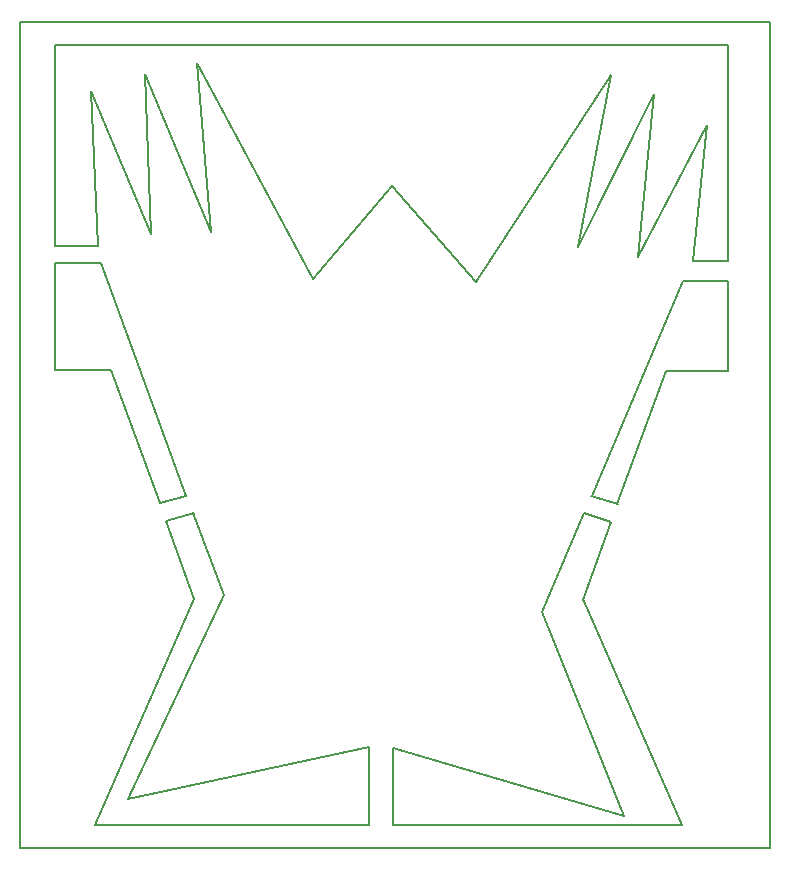
<source format=gbr>
G04 #@! TF.GenerationSoftware,KiCad,Pcbnew,5.0.0-fee4fd1~66~ubuntu16.04.1*
G04 #@! TF.CreationDate,2018-08-14T00:39:13+01:00*
G04 #@! TF.ProjectId,maulwurf,6D61756C777572662E6B696361645F70,rev?*
G04 #@! TF.SameCoordinates,Original*
G04 #@! TF.FileFunction,Profile,NP*
%FSLAX46Y46*%
G04 Gerber Fmt 4.6, Leading zero omitted, Abs format (unit mm)*
G04 Created by KiCad (PCBNEW 5.0.0-fee4fd1~66~ubuntu16.04.1) date Tue Aug 14 00:39:13 2018*
%MOMM*%
%LPD*%
G01*
G04 APERTURE LIST*
%ADD10C,0.150000*%
G04 APERTURE END LIST*
D10*
X162700477Y-89563167D02*
X158606477Y-100812167D01*
X167978227Y-89547167D02*
X162700412Y-89547167D01*
X158625477Y-100800167D02*
X156407477Y-100180167D01*
X155691477Y-108934167D02*
X158056477Y-102339167D01*
X155777000Y-101622000D02*
X158055477Y-102338167D01*
X155698477Y-108926167D02*
X164047477Y-128017167D01*
X125322000Y-108571000D02*
X122713000Y-101576000D01*
X122774000Y-108909000D02*
X120409000Y-102314000D01*
X122724000Y-101582000D02*
X120410000Y-102313000D01*
X119840000Y-100775000D02*
X122058000Y-100155000D01*
X122767000Y-108901000D02*
X114418000Y-127992000D01*
X115765000Y-89538000D02*
X119859000Y-100787000D01*
X111004979Y-89522000D02*
X115765065Y-89522000D01*
X152216000Y-109984000D02*
X155779000Y-101622000D01*
X171500000Y-60000000D02*
X170000000Y-60000000D01*
X171500000Y-130000000D02*
X171500000Y-60000000D01*
X108000000Y-130000000D02*
X171500000Y-130000000D01*
X108000000Y-60000000D02*
X108000000Y-130000000D01*
X170000000Y-60000000D02*
X108000000Y-60000000D01*
X111000000Y-79000000D02*
X111000000Y-62000000D01*
X168000000Y-80307003D02*
X168000000Y-62000000D01*
X114900000Y-80400000D02*
X111003000Y-80417000D01*
X114600000Y-79000000D02*
X111000000Y-79000000D01*
X164190000Y-82000000D02*
X168000000Y-82000000D01*
X164993000Y-80307000D02*
X167993000Y-80307000D01*
X136200000Y-128000000D02*
X137600000Y-128000000D01*
X140500000Y-128000000D02*
X139600000Y-128000000D01*
X114410909Y-128000000D02*
X136200000Y-128000000D01*
X139600000Y-121499000D02*
X139600000Y-127977000D01*
X137600000Y-128000000D02*
X137607000Y-121399000D01*
X168000000Y-62000000D02*
X111000000Y-62000000D01*
X168000000Y-89554279D02*
X168000000Y-82000000D01*
X140500000Y-128000000D02*
X164045010Y-128000000D01*
X111000000Y-80409988D02*
X111000000Y-89525000D01*
X117158000Y-125793000D02*
X125312000Y-108551000D01*
X137600000Y-121400000D02*
X117158000Y-125793000D01*
X159174000Y-127286000D02*
X139600000Y-121500000D01*
X152205000Y-109981000D02*
X159174000Y-127286000D01*
X164201000Y-82000000D02*
X156417000Y-100184000D01*
X166169000Y-68752000D02*
X164996000Y-80308000D01*
X160381000Y-79955000D02*
X166169000Y-68752000D01*
X161683000Y-66106000D02*
X160381000Y-79955000D01*
X155273000Y-79099000D02*
X161683000Y-66106000D01*
X158048000Y-64534000D02*
X155273000Y-79099000D01*
X146601000Y-82086000D02*
X158048000Y-64534000D01*
X139545000Y-73904000D02*
X146601000Y-82086000D01*
X132839000Y-81766000D02*
X139532000Y-73896000D01*
X123054000Y-63516000D02*
X132839000Y-81766000D01*
X124220000Y-77774000D02*
X123054000Y-63516000D01*
X118590000Y-64406000D02*
X124220000Y-77774000D01*
X119124000Y-77993000D02*
X118590000Y-64406000D01*
X114062000Y-65872000D02*
X119124000Y-77993000D01*
X114600000Y-79000000D02*
X114062000Y-65872000D01*
X122060000Y-100157000D02*
X114900000Y-80400000D01*
M02*

</source>
